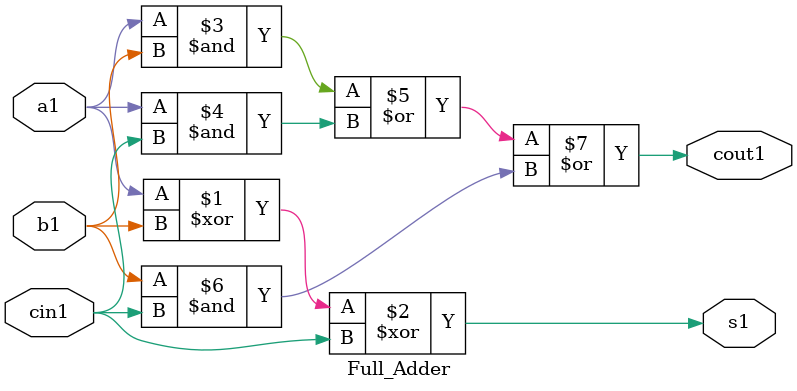
<source format=sv>
`timescale 1ns / 1ps


module Full_Adder(
    input   a1,
    input   b1,
    input   cin1,
    output  s1,
    output  cout1
    );
    
   assign   s1 = a1 ^ b1 ^ cin1;
   assign cout1 = a1 & b1 | a1 & cin1 | b1 & cin1;
  
endmodule




</source>
